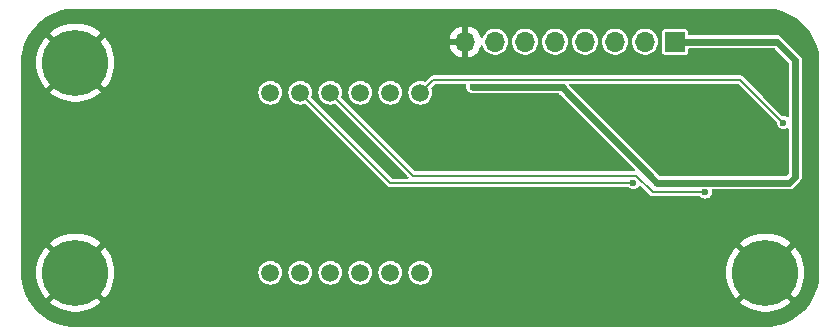
<source format=gbr>
%TF.GenerationSoftware,KiCad,Pcbnew,8.0.8*%
%TF.CreationDate,2025-02-24T20:51:07+00:00*%
%TF.ProjectId,7-segment,372d7365-676d-4656-9e74-2e6b69636164,rev?*%
%TF.SameCoordinates,Original*%
%TF.FileFunction,Copper,L2,Bot*%
%TF.FilePolarity,Positive*%
%FSLAX46Y46*%
G04 Gerber Fmt 4.6, Leading zero omitted, Abs format (unit mm)*
G04 Created by KiCad (PCBNEW 8.0.8) date 2025-02-24 20:51:07*
%MOMM*%
%LPD*%
G01*
G04 APERTURE LIST*
%TA.AperFunction,ComponentPad*%
%ADD10C,5.600000*%
%TD*%
%TA.AperFunction,ComponentPad*%
%ADD11R,1.700000X1.700000*%
%TD*%
%TA.AperFunction,ComponentPad*%
%ADD12O,1.700000X1.700000*%
%TD*%
%TA.AperFunction,ComponentPad*%
%ADD13C,1.500000*%
%TD*%
%TA.AperFunction,ViaPad*%
%ADD14C,0.600000*%
%TD*%
%TA.AperFunction,Conductor*%
%ADD15C,0.600000*%
%TD*%
%TA.AperFunction,Conductor*%
%ADD16C,0.200000*%
%TD*%
G04 APERTURE END LIST*
D10*
%TO.P,H1,1,1*%
%TO.N,GND*%
X124460000Y-55880000D03*
%TD*%
%TO.P,H2,1,1*%
%TO.N,GND*%
X66040000Y-55880000D03*
%TD*%
%TO.P,H3,1,1*%
%TO.N,GND*%
X66040000Y-38100000D03*
%TD*%
D11*
%TO.P,J1,1,Pin_1*%
%TO.N,+5V*%
X116840000Y-36322000D03*
D12*
%TO.P,J1,2,Pin_2*%
%TO.N,/DIG1*%
X114300000Y-36322000D03*
%TO.P,J1,3,Pin_3*%
%TO.N,/DIG2*%
X111760000Y-36322000D03*
%TO.P,J1,4,Pin_4*%
%TO.N,/DIG3*%
X109220000Y-36322000D03*
%TO.P,J1,5,Pin_5*%
%TO.N,/SRCLK*%
X106680000Y-36322000D03*
%TO.P,J1,6,Pin_6*%
%TO.N,/RCLK*%
X104140000Y-36322000D03*
%TO.P,J1,7,Pin_7*%
%TO.N,/SER*%
X101600000Y-36322000D03*
%TO.P,J1,8,Pin_8*%
%TO.N,GND*%
X99060000Y-36322000D03*
%TD*%
D13*
%TO.P,U1,1,E*%
%TO.N,Net-(U1-E)*%
X95250000Y-55880000D03*
%TO.P,U1,2,D*%
%TO.N,Net-(U1-D)*%
X92710000Y-55880000D03*
%TO.P,U1,3,DP*%
%TO.N,Net-(U1-DP)*%
X90170000Y-55880000D03*
%TO.P,U1,4,C*%
%TO.N,Net-(U1-C)*%
X87630000Y-55880000D03*
%TO.P,U1,5,G*%
%TO.N,Net-(U1-G)*%
X85090000Y-55880000D03*
%TO.P,U1,6,NC*%
%TO.N,unconnected-(U1-NC-Pad6)*%
X82550000Y-55880000D03*
%TO.P,U1,7,B*%
%TO.N,Net-(U1-B)*%
X82550000Y-40640000D03*
%TO.P,U1,8,DIG3*%
%TO.N,Net-(Q1-C)*%
X85090000Y-40640000D03*
%TO.P,U1,9,DIG2*%
%TO.N,Net-(Q2-C)*%
X87630000Y-40640000D03*
%TO.P,U1,10,F*%
%TO.N,Net-(U1-F)*%
X90170000Y-40640000D03*
%TO.P,U1,11,A*%
%TO.N,Net-(U1-A)*%
X92710000Y-40640000D03*
%TO.P,U1,12,DIG1*%
%TO.N,Net-(Q3-C)*%
X95250000Y-40640000D03*
%TD*%
D14*
%TO.N,GND*%
X66040000Y-43180000D03*
X86360000Y-38100000D03*
X101600000Y-59690000D03*
X123190000Y-38100000D03*
X63500000Y-50800000D03*
X121920000Y-49530000D03*
X83820000Y-35560000D03*
X68580000Y-50800000D03*
X99060000Y-59690000D03*
X114300000Y-59690000D03*
X63500000Y-43180000D03*
X78740000Y-38100000D03*
X68580000Y-45720000D03*
X76200000Y-38100000D03*
X93980000Y-59690000D03*
X66040000Y-50800000D03*
X116840000Y-59690000D03*
X73660000Y-35560000D03*
X63500000Y-48260000D03*
X73660000Y-59690000D03*
X81280000Y-59690000D03*
X83820000Y-38100000D03*
X88900000Y-35560000D03*
X76200000Y-59690000D03*
X116840000Y-57150000D03*
X106680000Y-59690000D03*
X96520000Y-35560000D03*
X104140000Y-59690000D03*
X111760000Y-59690000D03*
X76200000Y-35560000D03*
X71120000Y-59690000D03*
X93980000Y-35560000D03*
X96520000Y-38100000D03*
X63500000Y-45720000D03*
X119380000Y-59690000D03*
X88900000Y-38100000D03*
X110490000Y-46990000D03*
X96520000Y-59690000D03*
X124460000Y-49530000D03*
X83820000Y-59690000D03*
X88900000Y-59690000D03*
X93980000Y-38100000D03*
X127000000Y-49530000D03*
X91440000Y-59690000D03*
X66040000Y-45720000D03*
X81280000Y-38100000D03*
X109220000Y-59690000D03*
X119380000Y-57150000D03*
X119380000Y-54610000D03*
X78740000Y-59690000D03*
X81280000Y-35560000D03*
X111760000Y-57150000D03*
X68580000Y-43180000D03*
X71120000Y-35560000D03*
X110490000Y-45720000D03*
X73660000Y-38100000D03*
X66040000Y-48260000D03*
X86360000Y-35560000D03*
X68580000Y-48260000D03*
X120650000Y-40640000D03*
X125730000Y-38100000D03*
X114300000Y-57150000D03*
X110490000Y-41910000D03*
X119380000Y-52070000D03*
X91440000Y-38100000D03*
X91440000Y-35560000D03*
X86360000Y-59690000D03*
X71120000Y-38100000D03*
X102870000Y-38100000D03*
X78740000Y-35560000D03*
%TO.N,+5V*%
X125410000Y-48260000D03*
X107315000Y-40132000D03*
X99695000Y-40132000D03*
X120330000Y-48260000D03*
X115250000Y-48260000D03*
%TO.N,Net-(Q1-C)*%
X113284000Y-48260000D03*
%TO.N,Net-(Q2-C)*%
X119380000Y-49060000D03*
%TO.N,Net-(Q3-C)*%
X125984000Y-43180000D03*
%TD*%
D15*
%TO.N,+5V*%
X115316000Y-48260000D02*
X115250000Y-48260000D01*
X107315000Y-40259000D02*
X107315000Y-40132000D01*
X126492000Y-48260000D02*
X115316000Y-48260000D01*
X125476000Y-36322000D02*
X127000000Y-37846000D01*
X115316000Y-48260000D02*
X107315000Y-40259000D01*
X127000000Y-37846000D02*
X127000000Y-47752000D01*
X107315000Y-40132000D02*
X99695000Y-40132000D01*
X116840000Y-36322000D02*
X125476000Y-36322000D01*
X127000000Y-47752000D02*
X126492000Y-48260000D01*
D16*
%TO.N,Net-(Q1-C)*%
X113284000Y-48260000D02*
X92710000Y-48260000D01*
X92710000Y-48260000D02*
X85090000Y-40640000D01*
%TO.N,Net-(Q2-C)*%
X94650000Y-47660000D02*
X113532529Y-47660000D01*
X113532529Y-47660000D02*
X114932529Y-49060000D01*
X87630000Y-40640000D02*
X94650000Y-47660000D01*
X114932529Y-49060000D02*
X119380000Y-49060000D01*
%TO.N,Net-(Q3-C)*%
X96358000Y-39532000D02*
X95250000Y-40640000D01*
X122336000Y-39532000D02*
X96358000Y-39532000D01*
X125984000Y-43180000D02*
X122336000Y-39532000D01*
%TD*%
%TA.AperFunction,Conductor*%
%TO.N,GND*%
G36*
X122208001Y-39901407D02*
G01*
X122219814Y-39911496D01*
X125401158Y-43092840D01*
X125428935Y-43147357D01*
X125429307Y-43175763D01*
X125428750Y-43179994D01*
X125428750Y-43180000D01*
X125447669Y-43323708D01*
X125447670Y-43323709D01*
X125503139Y-43457625D01*
X125591379Y-43572621D01*
X125706375Y-43660861D01*
X125840291Y-43716330D01*
X125984000Y-43735250D01*
X126127709Y-43716330D01*
X126261625Y-43660861D01*
X126290232Y-43638909D01*
X126347907Y-43618485D01*
X126406573Y-43635862D01*
X126443821Y-43684403D01*
X126449500Y-43717451D01*
X126449500Y-47482967D01*
X126430593Y-47541158D01*
X126420504Y-47552971D01*
X126292971Y-47680504D01*
X126238454Y-47708281D01*
X126222967Y-47709500D01*
X125452568Y-47709500D01*
X125439646Y-47708653D01*
X125410000Y-47704750D01*
X125380354Y-47708653D01*
X125367432Y-47709500D01*
X120372568Y-47709500D01*
X120359646Y-47708653D01*
X120330000Y-47704750D01*
X120300354Y-47708653D01*
X120287432Y-47709500D01*
X115585033Y-47709500D01*
X115526842Y-47690593D01*
X115515029Y-47680504D01*
X107886029Y-40051504D01*
X107858252Y-39996987D01*
X107867823Y-39936555D01*
X107911088Y-39893290D01*
X107956033Y-39882500D01*
X122149810Y-39882500D01*
X122208001Y-39901407D01*
G37*
%TD.AperFunction*%
%TA.AperFunction,Conductor*%
G36*
X124462153Y-33520594D02*
G01*
X124854826Y-33537738D01*
X124863405Y-33538488D01*
X125250956Y-33589511D01*
X125259425Y-33591004D01*
X125641055Y-33675610D01*
X125649365Y-33677836D01*
X126022167Y-33795381D01*
X126030273Y-33798331D01*
X126391390Y-33947910D01*
X126399205Y-33951554D01*
X126745910Y-34132038D01*
X126753391Y-34136356D01*
X127024434Y-34309030D01*
X127083053Y-34346374D01*
X127090127Y-34351328D01*
X127400220Y-34589270D01*
X127406821Y-34594809D01*
X127695028Y-34858901D01*
X127701098Y-34864971D01*
X127965188Y-35153176D01*
X127970729Y-35159779D01*
X128208671Y-35469872D01*
X128213625Y-35476946D01*
X128423643Y-35806609D01*
X128427961Y-35814089D01*
X128608442Y-36160788D01*
X128612092Y-36168616D01*
X128761666Y-36529722D01*
X128764620Y-36537837D01*
X128882158Y-36910618D01*
X128884393Y-36918960D01*
X128968991Y-37300556D01*
X128970491Y-37309062D01*
X129021509Y-37696581D01*
X129022262Y-37705185D01*
X129039406Y-38097846D01*
X129039500Y-38102164D01*
X129039500Y-55877835D01*
X129039406Y-55882153D01*
X129022262Y-56274814D01*
X129021509Y-56283418D01*
X128970491Y-56670937D01*
X128968991Y-56679443D01*
X128884393Y-57061039D01*
X128882158Y-57069381D01*
X128764620Y-57442162D01*
X128761666Y-57450277D01*
X128612092Y-57811383D01*
X128608442Y-57819211D01*
X128427961Y-58165910D01*
X128423643Y-58173390D01*
X128213625Y-58503053D01*
X128208671Y-58510127D01*
X127970729Y-58820220D01*
X127965179Y-58826834D01*
X127701109Y-59115016D01*
X127695016Y-59121109D01*
X127630749Y-59180000D01*
X127406836Y-59385178D01*
X127400220Y-59390729D01*
X127090127Y-59628671D01*
X127083053Y-59633625D01*
X126753390Y-59843643D01*
X126745910Y-59847961D01*
X126399211Y-60028442D01*
X126391383Y-60032092D01*
X126030277Y-60181666D01*
X126022162Y-60184620D01*
X125649381Y-60302158D01*
X125641039Y-60304393D01*
X125259443Y-60388991D01*
X125250937Y-60390491D01*
X124863418Y-60441509D01*
X124854814Y-60442262D01*
X124462153Y-60459406D01*
X124457835Y-60459500D01*
X66042165Y-60459500D01*
X66037847Y-60459406D01*
X65645185Y-60442262D01*
X65636581Y-60441509D01*
X65249062Y-60390491D01*
X65240556Y-60388991D01*
X64858960Y-60304393D01*
X64850618Y-60302158D01*
X64477837Y-60184620D01*
X64469722Y-60181666D01*
X64108616Y-60032092D01*
X64100788Y-60028442D01*
X63754089Y-59847961D01*
X63746609Y-59843643D01*
X63416946Y-59633625D01*
X63409872Y-59628671D01*
X63099779Y-59390729D01*
X63093176Y-59385188D01*
X62804971Y-59121098D01*
X62798901Y-59115028D01*
X62534809Y-58826821D01*
X62529270Y-58820220D01*
X62291328Y-58510127D01*
X62286374Y-58503053D01*
X62076356Y-58173390D01*
X62072038Y-58165910D01*
X62001289Y-58030003D01*
X61891554Y-57819205D01*
X61887907Y-57811383D01*
X61738333Y-57450277D01*
X61735379Y-57442162D01*
X61617836Y-57069365D01*
X61615610Y-57061055D01*
X61531004Y-56679425D01*
X61529511Y-56670956D01*
X61478488Y-56283405D01*
X61477738Y-56274826D01*
X61460594Y-55882153D01*
X61460547Y-55880000D01*
X62735153Y-55880000D01*
X62754525Y-56237317D01*
X62812418Y-56590449D01*
X62908146Y-56935229D01*
X62908148Y-56935234D01*
X63040604Y-57267673D01*
X63208215Y-57583822D01*
X63409032Y-57880004D01*
X63409039Y-57880014D01*
X63536441Y-58030002D01*
X64745746Y-56820696D01*
X64819588Y-56922330D01*
X64997670Y-57100412D01*
X65099300Y-57174251D01*
X63887256Y-58386296D01*
X63900488Y-58398829D01*
X64185358Y-58615382D01*
X64185363Y-58615385D01*
X64491980Y-58799871D01*
X64816744Y-58950123D01*
X65155868Y-59064387D01*
X65505330Y-59141310D01*
X65505329Y-59141310D01*
X65861078Y-59180000D01*
X66218922Y-59180000D01*
X66574670Y-59141310D01*
X66924130Y-59064387D01*
X66924132Y-59064387D01*
X67263255Y-58950123D01*
X67588019Y-58799871D01*
X67894636Y-58615385D01*
X67894641Y-58615382D01*
X68179500Y-58398839D01*
X68179512Y-58398828D01*
X68192742Y-58386296D01*
X66980698Y-57174252D01*
X67082330Y-57100412D01*
X67260412Y-56922330D01*
X67334252Y-56820698D01*
X68543557Y-58030003D01*
X68670962Y-57880011D01*
X68670966Y-57880007D01*
X68871784Y-57583822D01*
X69039395Y-57267673D01*
X69171851Y-56935234D01*
X69171853Y-56935229D01*
X69267581Y-56590449D01*
X69325474Y-56237317D01*
X69344846Y-55880000D01*
X69344846Y-55879996D01*
X81544659Y-55879996D01*
X81544659Y-55880003D01*
X81563974Y-56076126D01*
X81563975Y-56076129D01*
X81621187Y-56264730D01*
X81621188Y-56264732D01*
X81692218Y-56397618D01*
X81714090Y-56438538D01*
X81714092Y-56438540D01*
X81714093Y-56438542D01*
X81839112Y-56590878D01*
X81839121Y-56590887D01*
X81947027Y-56679443D01*
X81991462Y-56715910D01*
X82165273Y-56808814D01*
X82353868Y-56866024D01*
X82353870Y-56866024D01*
X82353873Y-56866025D01*
X82549997Y-56885341D01*
X82550000Y-56885341D01*
X82550003Y-56885341D01*
X82746126Y-56866025D01*
X82746127Y-56866024D01*
X82746132Y-56866024D01*
X82934727Y-56808814D01*
X83108538Y-56715910D01*
X83260883Y-56590883D01*
X83385910Y-56438538D01*
X83478814Y-56264727D01*
X83536024Y-56076132D01*
X83555341Y-55880000D01*
X83555341Y-55879996D01*
X84084659Y-55879996D01*
X84084659Y-55880003D01*
X84103974Y-56076126D01*
X84103975Y-56076129D01*
X84161187Y-56264730D01*
X84161188Y-56264732D01*
X84232218Y-56397618D01*
X84254090Y-56438538D01*
X84254092Y-56438540D01*
X84254093Y-56438542D01*
X84379112Y-56590878D01*
X84379121Y-56590887D01*
X84487027Y-56679443D01*
X84531462Y-56715910D01*
X84705273Y-56808814D01*
X84893868Y-56866024D01*
X84893870Y-56866024D01*
X84893873Y-56866025D01*
X85089997Y-56885341D01*
X85090000Y-56885341D01*
X85090003Y-56885341D01*
X85286126Y-56866025D01*
X85286127Y-56866024D01*
X85286132Y-56866024D01*
X85474727Y-56808814D01*
X85648538Y-56715910D01*
X85800883Y-56590883D01*
X85925910Y-56438538D01*
X86018814Y-56264727D01*
X86076024Y-56076132D01*
X86095341Y-55880000D01*
X86095341Y-55879996D01*
X86624659Y-55879996D01*
X86624659Y-55880003D01*
X86643974Y-56076126D01*
X86643975Y-56076129D01*
X86701187Y-56264730D01*
X86701188Y-56264732D01*
X86772218Y-56397618D01*
X86794090Y-56438538D01*
X86794092Y-56438540D01*
X86794093Y-56438542D01*
X86919112Y-56590878D01*
X86919121Y-56590887D01*
X87027027Y-56679443D01*
X87071462Y-56715910D01*
X87245273Y-56808814D01*
X87433868Y-56866024D01*
X87433870Y-56866024D01*
X87433873Y-56866025D01*
X87629997Y-56885341D01*
X87630000Y-56885341D01*
X87630003Y-56885341D01*
X87826126Y-56866025D01*
X87826127Y-56866024D01*
X87826132Y-56866024D01*
X88014727Y-56808814D01*
X88188538Y-56715910D01*
X88340883Y-56590883D01*
X88465910Y-56438538D01*
X88558814Y-56264727D01*
X88616024Y-56076132D01*
X88635341Y-55880000D01*
X88635341Y-55879996D01*
X89164659Y-55879996D01*
X89164659Y-55880003D01*
X89183974Y-56076126D01*
X89183975Y-56076129D01*
X89241187Y-56264730D01*
X89241188Y-56264732D01*
X89312218Y-56397618D01*
X89334090Y-56438538D01*
X89334092Y-56438540D01*
X89334093Y-56438542D01*
X89459112Y-56590878D01*
X89459121Y-56590887D01*
X89567027Y-56679443D01*
X89611462Y-56715910D01*
X89785273Y-56808814D01*
X89973868Y-56866024D01*
X89973870Y-56866024D01*
X89973873Y-56866025D01*
X90169997Y-56885341D01*
X90170000Y-56885341D01*
X90170003Y-56885341D01*
X90366126Y-56866025D01*
X90366127Y-56866024D01*
X90366132Y-56866024D01*
X90554727Y-56808814D01*
X90728538Y-56715910D01*
X90880883Y-56590883D01*
X91005910Y-56438538D01*
X91098814Y-56264727D01*
X91156024Y-56076132D01*
X91175341Y-55880000D01*
X91175341Y-55879996D01*
X91704659Y-55879996D01*
X91704659Y-55880003D01*
X91723974Y-56076126D01*
X91723975Y-56076129D01*
X91781187Y-56264730D01*
X91781188Y-56264732D01*
X91852218Y-56397618D01*
X91874090Y-56438538D01*
X91874092Y-56438540D01*
X91874093Y-56438542D01*
X91999112Y-56590878D01*
X91999121Y-56590887D01*
X92107027Y-56679443D01*
X92151462Y-56715910D01*
X92325273Y-56808814D01*
X92513868Y-56866024D01*
X92513870Y-56866024D01*
X92513873Y-56866025D01*
X92709997Y-56885341D01*
X92710000Y-56885341D01*
X92710003Y-56885341D01*
X92906126Y-56866025D01*
X92906127Y-56866024D01*
X92906132Y-56866024D01*
X93094727Y-56808814D01*
X93268538Y-56715910D01*
X93420883Y-56590883D01*
X93545910Y-56438538D01*
X93638814Y-56264727D01*
X93696024Y-56076132D01*
X93715341Y-55880000D01*
X93715341Y-55879996D01*
X94244659Y-55879996D01*
X94244659Y-55880003D01*
X94263974Y-56076126D01*
X94263975Y-56076129D01*
X94321187Y-56264730D01*
X94321188Y-56264732D01*
X94392218Y-56397618D01*
X94414090Y-56438538D01*
X94414092Y-56438540D01*
X94414093Y-56438542D01*
X94539112Y-56590878D01*
X94539121Y-56590887D01*
X94647027Y-56679443D01*
X94691462Y-56715910D01*
X94865273Y-56808814D01*
X95053868Y-56866024D01*
X95053870Y-56866024D01*
X95053873Y-56866025D01*
X95249997Y-56885341D01*
X95250000Y-56885341D01*
X95250003Y-56885341D01*
X95446126Y-56866025D01*
X95446127Y-56866024D01*
X95446132Y-56866024D01*
X95634727Y-56808814D01*
X95808538Y-56715910D01*
X95960883Y-56590883D01*
X96085910Y-56438538D01*
X96178814Y-56264727D01*
X96236024Y-56076132D01*
X96255341Y-55880000D01*
X121155153Y-55880000D01*
X121174525Y-56237317D01*
X121232418Y-56590449D01*
X121328146Y-56935229D01*
X121328148Y-56935234D01*
X121460604Y-57267673D01*
X121628215Y-57583822D01*
X121829032Y-57880004D01*
X121829039Y-57880014D01*
X121956441Y-58030002D01*
X123165746Y-56820696D01*
X123239588Y-56922330D01*
X123417670Y-57100412D01*
X123519300Y-57174251D01*
X122307256Y-58386296D01*
X122320488Y-58398829D01*
X122605358Y-58615382D01*
X122605363Y-58615385D01*
X122911980Y-58799871D01*
X123236744Y-58950123D01*
X123575868Y-59064387D01*
X123925330Y-59141310D01*
X123925329Y-59141310D01*
X124281078Y-59180000D01*
X124638922Y-59180000D01*
X124994670Y-59141310D01*
X125344130Y-59064387D01*
X125344132Y-59064387D01*
X125683255Y-58950123D01*
X126008019Y-58799871D01*
X126314636Y-58615385D01*
X126314641Y-58615382D01*
X126599500Y-58398839D01*
X126599512Y-58398828D01*
X126612742Y-58386296D01*
X125400698Y-57174252D01*
X125502330Y-57100412D01*
X125680412Y-56922330D01*
X125754252Y-56820698D01*
X126963557Y-58030003D01*
X127090962Y-57880011D01*
X127090966Y-57880007D01*
X127291784Y-57583822D01*
X127459395Y-57267673D01*
X127591851Y-56935234D01*
X127591853Y-56935229D01*
X127687581Y-56590449D01*
X127745474Y-56237317D01*
X127764846Y-55880000D01*
X127745474Y-55522682D01*
X127687581Y-55169550D01*
X127591853Y-54824770D01*
X127591851Y-54824765D01*
X127459395Y-54492326D01*
X127291784Y-54176177D01*
X127090967Y-53879995D01*
X127090960Y-53879985D01*
X126963556Y-53729995D01*
X125754250Y-54939300D01*
X125680412Y-54837670D01*
X125502330Y-54659588D01*
X125400696Y-54585747D01*
X126612742Y-53373702D01*
X126599511Y-53361170D01*
X126314641Y-53144617D01*
X126314636Y-53144614D01*
X126008019Y-52960128D01*
X125683255Y-52809876D01*
X125344131Y-52695612D01*
X124994669Y-52618689D01*
X124994670Y-52618689D01*
X124638922Y-52580000D01*
X124281078Y-52580000D01*
X123925329Y-52618689D01*
X123575869Y-52695612D01*
X123575867Y-52695612D01*
X123236744Y-52809876D01*
X122911980Y-52960128D01*
X122605363Y-53144614D01*
X122605358Y-53144617D01*
X122320495Y-53361164D01*
X122320473Y-53361183D01*
X122307256Y-53373702D01*
X123519301Y-54585747D01*
X123417670Y-54659588D01*
X123239588Y-54837670D01*
X123165747Y-54939301D01*
X121956441Y-53729995D01*
X121829039Y-53879985D01*
X121829032Y-53879995D01*
X121628215Y-54176177D01*
X121460604Y-54492326D01*
X121328148Y-54824765D01*
X121328146Y-54824770D01*
X121232418Y-55169550D01*
X121174525Y-55522682D01*
X121155153Y-55880000D01*
X96255341Y-55880000D01*
X96255128Y-55877835D01*
X96236025Y-55683873D01*
X96236024Y-55683870D01*
X96236024Y-55683868D01*
X96178814Y-55495273D01*
X96085910Y-55321462D01*
X96040240Y-55265813D01*
X95960887Y-55169121D01*
X95960878Y-55169112D01*
X95808542Y-55044093D01*
X95808540Y-55044092D01*
X95808538Y-55044090D01*
X95767618Y-55022218D01*
X95634732Y-54951188D01*
X95634730Y-54951187D01*
X95446129Y-54893975D01*
X95446126Y-54893974D01*
X95250003Y-54874659D01*
X95249997Y-54874659D01*
X95053873Y-54893974D01*
X95053870Y-54893975D01*
X94865269Y-54951187D01*
X94865267Y-54951188D01*
X94691467Y-55044087D01*
X94691457Y-55044093D01*
X94539121Y-55169112D01*
X94539112Y-55169121D01*
X94414093Y-55321457D01*
X94414087Y-55321467D01*
X94321188Y-55495267D01*
X94321187Y-55495269D01*
X94263975Y-55683870D01*
X94263974Y-55683873D01*
X94244659Y-55879996D01*
X93715341Y-55879996D01*
X93715128Y-55877835D01*
X93696025Y-55683873D01*
X93696024Y-55683870D01*
X93696024Y-55683868D01*
X93638814Y-55495273D01*
X93545910Y-55321462D01*
X93500240Y-55265813D01*
X93420887Y-55169121D01*
X93420878Y-55169112D01*
X93268542Y-55044093D01*
X93268540Y-55044092D01*
X93268538Y-55044090D01*
X93227618Y-55022218D01*
X93094732Y-54951188D01*
X93094730Y-54951187D01*
X92906129Y-54893975D01*
X92906126Y-54893974D01*
X92710003Y-54874659D01*
X92709997Y-54874659D01*
X92513873Y-54893974D01*
X92513870Y-54893975D01*
X92325269Y-54951187D01*
X92325267Y-54951188D01*
X92151467Y-55044087D01*
X92151457Y-55044093D01*
X91999121Y-55169112D01*
X91999112Y-55169121D01*
X91874093Y-55321457D01*
X91874087Y-55321467D01*
X91781188Y-55495267D01*
X91781187Y-55495269D01*
X91723975Y-55683870D01*
X91723974Y-55683873D01*
X91704659Y-55879996D01*
X91175341Y-55879996D01*
X91175128Y-55877835D01*
X91156025Y-55683873D01*
X91156024Y-55683870D01*
X91156024Y-55683868D01*
X91098814Y-55495273D01*
X91005910Y-55321462D01*
X90960240Y-55265813D01*
X90880887Y-55169121D01*
X90880878Y-55169112D01*
X90728542Y-55044093D01*
X90728540Y-55044092D01*
X90728538Y-55044090D01*
X90687618Y-55022218D01*
X90554732Y-54951188D01*
X90554730Y-54951187D01*
X90366129Y-54893975D01*
X90366126Y-54893974D01*
X90170003Y-54874659D01*
X90169997Y-54874659D01*
X89973873Y-54893974D01*
X89973870Y-54893975D01*
X89785269Y-54951187D01*
X89785267Y-54951188D01*
X89611467Y-55044087D01*
X89611457Y-55044093D01*
X89459121Y-55169112D01*
X89459112Y-55169121D01*
X89334093Y-55321457D01*
X89334087Y-55321467D01*
X89241188Y-55495267D01*
X89241187Y-55495269D01*
X89183975Y-55683870D01*
X89183974Y-55683873D01*
X89164659Y-55879996D01*
X88635341Y-55879996D01*
X88635128Y-55877835D01*
X88616025Y-55683873D01*
X88616024Y-55683870D01*
X88616024Y-55683868D01*
X88558814Y-55495273D01*
X88465910Y-55321462D01*
X88420240Y-55265813D01*
X88340887Y-55169121D01*
X88340878Y-55169112D01*
X88188542Y-55044093D01*
X88188540Y-55044092D01*
X88188538Y-55044090D01*
X88147618Y-55022218D01*
X88014732Y-54951188D01*
X88014730Y-54951187D01*
X87826129Y-54893975D01*
X87826126Y-54893974D01*
X87630003Y-54874659D01*
X87629997Y-54874659D01*
X87433873Y-54893974D01*
X87433870Y-54893975D01*
X87245269Y-54951187D01*
X87245267Y-54951188D01*
X87071467Y-55044087D01*
X87071457Y-55044093D01*
X86919121Y-55169112D01*
X86919112Y-55169121D01*
X86794093Y-55321457D01*
X86794087Y-55321467D01*
X86701188Y-55495267D01*
X86701187Y-55495269D01*
X86643975Y-55683870D01*
X86643974Y-55683873D01*
X86624659Y-55879996D01*
X86095341Y-55879996D01*
X86095128Y-55877835D01*
X86076025Y-55683873D01*
X86076024Y-55683870D01*
X86076024Y-55683868D01*
X86018814Y-55495273D01*
X85925910Y-55321462D01*
X85880240Y-55265813D01*
X85800887Y-55169121D01*
X85800878Y-55169112D01*
X85648542Y-55044093D01*
X85648540Y-55044092D01*
X85648538Y-55044090D01*
X85607618Y-55022218D01*
X85474732Y-54951188D01*
X85474730Y-54951187D01*
X85286129Y-54893975D01*
X85286126Y-54893974D01*
X85090003Y-54874659D01*
X85089997Y-54874659D01*
X84893873Y-54893974D01*
X84893870Y-54893975D01*
X84705269Y-54951187D01*
X84705267Y-54951188D01*
X84531467Y-55044087D01*
X84531457Y-55044093D01*
X84379121Y-55169112D01*
X84379112Y-55169121D01*
X84254093Y-55321457D01*
X84254087Y-55321467D01*
X84161188Y-55495267D01*
X84161187Y-55495269D01*
X84103975Y-55683870D01*
X84103974Y-55683873D01*
X84084659Y-55879996D01*
X83555341Y-55879996D01*
X83555128Y-55877835D01*
X83536025Y-55683873D01*
X83536024Y-55683870D01*
X83536024Y-55683868D01*
X83478814Y-55495273D01*
X83385910Y-55321462D01*
X83340240Y-55265813D01*
X83260887Y-55169121D01*
X83260878Y-55169112D01*
X83108542Y-55044093D01*
X83108540Y-55044092D01*
X83108538Y-55044090D01*
X83067618Y-55022218D01*
X82934732Y-54951188D01*
X82934730Y-54951187D01*
X82746129Y-54893975D01*
X82746126Y-54893974D01*
X82550003Y-54874659D01*
X82549997Y-54874659D01*
X82353873Y-54893974D01*
X82353870Y-54893975D01*
X82165269Y-54951187D01*
X82165267Y-54951188D01*
X81991467Y-55044087D01*
X81991457Y-55044093D01*
X81839121Y-55169112D01*
X81839112Y-55169121D01*
X81714093Y-55321457D01*
X81714087Y-55321467D01*
X81621188Y-55495267D01*
X81621187Y-55495269D01*
X81563975Y-55683870D01*
X81563974Y-55683873D01*
X81544659Y-55879996D01*
X69344846Y-55879996D01*
X69325474Y-55522682D01*
X69267581Y-55169550D01*
X69171853Y-54824770D01*
X69171851Y-54824765D01*
X69039395Y-54492326D01*
X68871784Y-54176177D01*
X68670967Y-53879995D01*
X68670960Y-53879985D01*
X68543556Y-53729995D01*
X67334250Y-54939300D01*
X67260412Y-54837670D01*
X67082330Y-54659588D01*
X66980696Y-54585747D01*
X68192742Y-53373702D01*
X68179511Y-53361170D01*
X67894641Y-53144617D01*
X67894636Y-53144614D01*
X67588019Y-52960128D01*
X67263255Y-52809876D01*
X66924131Y-52695612D01*
X66574669Y-52618689D01*
X66574670Y-52618689D01*
X66218922Y-52580000D01*
X65861078Y-52580000D01*
X65505329Y-52618689D01*
X65155869Y-52695612D01*
X65155867Y-52695612D01*
X64816744Y-52809876D01*
X64491980Y-52960128D01*
X64185363Y-53144614D01*
X64185358Y-53144617D01*
X63900495Y-53361164D01*
X63900473Y-53361183D01*
X63887256Y-53373702D01*
X65099301Y-54585747D01*
X64997670Y-54659588D01*
X64819588Y-54837670D01*
X64745747Y-54939301D01*
X63536441Y-53729995D01*
X63409039Y-53879985D01*
X63409032Y-53879995D01*
X63208215Y-54176177D01*
X63040604Y-54492326D01*
X62908148Y-54824765D01*
X62908146Y-54824770D01*
X62812418Y-55169550D01*
X62754525Y-55522682D01*
X62735153Y-55880000D01*
X61460547Y-55880000D01*
X61460500Y-55877835D01*
X61460500Y-38102164D01*
X61460547Y-38100000D01*
X62735153Y-38100000D01*
X62754525Y-38457317D01*
X62812418Y-38810449D01*
X62908146Y-39155229D01*
X62908148Y-39155234D01*
X63040604Y-39487673D01*
X63208215Y-39803822D01*
X63409032Y-40100004D01*
X63409039Y-40100014D01*
X63536441Y-40250002D01*
X64745746Y-39040696D01*
X64819588Y-39142330D01*
X64997670Y-39320412D01*
X65099300Y-39394251D01*
X63887256Y-40606296D01*
X63900488Y-40618829D01*
X64185358Y-40835382D01*
X64185363Y-40835385D01*
X64491980Y-41019871D01*
X64816744Y-41170123D01*
X65155868Y-41284387D01*
X65505330Y-41361310D01*
X65505329Y-41361310D01*
X65861078Y-41400000D01*
X66218922Y-41400000D01*
X66574670Y-41361310D01*
X66924130Y-41284387D01*
X66924132Y-41284387D01*
X67263255Y-41170123D01*
X67588019Y-41019871D01*
X67894636Y-40835385D01*
X67894641Y-40835382D01*
X68151668Y-40639996D01*
X81544659Y-40639996D01*
X81544659Y-40640003D01*
X81563974Y-40836126D01*
X81563975Y-40836129D01*
X81621187Y-41024730D01*
X81621188Y-41024732D01*
X81663464Y-41103824D01*
X81714090Y-41198538D01*
X81714092Y-41198540D01*
X81714093Y-41198542D01*
X81839112Y-41350878D01*
X81839121Y-41350887D01*
X81991457Y-41475906D01*
X81991462Y-41475910D01*
X82165273Y-41568814D01*
X82353868Y-41626024D01*
X82353870Y-41626024D01*
X82353873Y-41626025D01*
X82549997Y-41645341D01*
X82550000Y-41645341D01*
X82550003Y-41645341D01*
X82746126Y-41626025D01*
X82746127Y-41626024D01*
X82746132Y-41626024D01*
X82934727Y-41568814D01*
X83108538Y-41475910D01*
X83260883Y-41350883D01*
X83385910Y-41198538D01*
X83478814Y-41024727D01*
X83536024Y-40836132D01*
X83548300Y-40711496D01*
X83555341Y-40640003D01*
X83555341Y-40639996D01*
X84084659Y-40639996D01*
X84084659Y-40640003D01*
X84103974Y-40836126D01*
X84103975Y-40836129D01*
X84161187Y-41024730D01*
X84161188Y-41024732D01*
X84203464Y-41103824D01*
X84254090Y-41198538D01*
X84254092Y-41198540D01*
X84254093Y-41198542D01*
X84379112Y-41350878D01*
X84379121Y-41350887D01*
X84531457Y-41475906D01*
X84531462Y-41475910D01*
X84705273Y-41568814D01*
X84893868Y-41626024D01*
X84893870Y-41626024D01*
X84893873Y-41626025D01*
X85089997Y-41645341D01*
X85090000Y-41645341D01*
X85090003Y-41645341D01*
X85286126Y-41626025D01*
X85286127Y-41626024D01*
X85286132Y-41626024D01*
X85455082Y-41574773D01*
X85516255Y-41575974D01*
X85553824Y-41599506D01*
X92429531Y-48475212D01*
X92429530Y-48475212D01*
X92494787Y-48540468D01*
X92494789Y-48540470D01*
X92498359Y-48542531D01*
X92574712Y-48586614D01*
X92663856Y-48610500D01*
X112810236Y-48610500D01*
X112868427Y-48629407D01*
X112888777Y-48649231D01*
X112891376Y-48652618D01*
X112891377Y-48652619D01*
X112891379Y-48652621D01*
X113006375Y-48740861D01*
X113140291Y-48796330D01*
X113284000Y-48815250D01*
X113427709Y-48796330D01*
X113561625Y-48740861D01*
X113676621Y-48652621D01*
X113761098Y-48542528D01*
X113811519Y-48507875D01*
X113872683Y-48509476D01*
X113909641Y-48532794D01*
X114717317Y-49340470D01*
X114797241Y-49386614D01*
X114886385Y-49410500D01*
X118906236Y-49410500D01*
X118964427Y-49429407D01*
X118984777Y-49449231D01*
X118987376Y-49452618D01*
X118987377Y-49452619D01*
X118987379Y-49452621D01*
X119102375Y-49540861D01*
X119236291Y-49596330D01*
X119380000Y-49615250D01*
X119523709Y-49596330D01*
X119657625Y-49540861D01*
X119772621Y-49452621D01*
X119860861Y-49337625D01*
X119916330Y-49203709D01*
X119935250Y-49060000D01*
X119917137Y-48922421D01*
X119928287Y-48862262D01*
X119972669Y-48820144D01*
X120015290Y-48810500D01*
X120287432Y-48810500D01*
X120300354Y-48811347D01*
X120330000Y-48815250D01*
X120359646Y-48811347D01*
X120372568Y-48810500D01*
X125367432Y-48810500D01*
X125380354Y-48811347D01*
X125410000Y-48815250D01*
X125439646Y-48811347D01*
X125452568Y-48810500D01*
X126564474Y-48810500D01*
X126564475Y-48810500D01*
X126704485Y-48772984D01*
X126830015Y-48700510D01*
X127440510Y-48090015D01*
X127512984Y-47964485D01*
X127527717Y-47909500D01*
X127550500Y-47824475D01*
X127550500Y-37773525D01*
X127512984Y-37633515D01*
X127440510Y-37507985D01*
X125814015Y-35881490D01*
X125688485Y-35809016D01*
X125548475Y-35771500D01*
X125548474Y-35771500D01*
X118039500Y-35771500D01*
X117981309Y-35752593D01*
X117945345Y-35703093D01*
X117940500Y-35672500D01*
X117940500Y-35447327D01*
X117940498Y-35447315D01*
X117937015Y-35429808D01*
X117925966Y-35374260D01*
X117870601Y-35291399D01*
X117870599Y-35291397D01*
X117787742Y-35236035D01*
X117787740Y-35236034D01*
X117787737Y-35236033D01*
X117787736Y-35236033D01*
X117714684Y-35221501D01*
X117714674Y-35221500D01*
X115965326Y-35221500D01*
X115965325Y-35221500D01*
X115965315Y-35221501D01*
X115892263Y-35236033D01*
X115892257Y-35236035D01*
X115809400Y-35291397D01*
X115809397Y-35291400D01*
X115754035Y-35374257D01*
X115754033Y-35374263D01*
X115739501Y-35447315D01*
X115739500Y-35447327D01*
X115739500Y-37196672D01*
X115739501Y-37196684D01*
X115754033Y-37269736D01*
X115754035Y-37269742D01*
X115809397Y-37352599D01*
X115809400Y-37352602D01*
X115857924Y-37385024D01*
X115892260Y-37407966D01*
X115947808Y-37419015D01*
X115965315Y-37422498D01*
X115965320Y-37422498D01*
X115965326Y-37422500D01*
X115965327Y-37422500D01*
X117714673Y-37422500D01*
X117714674Y-37422500D01*
X117787740Y-37407966D01*
X117870601Y-37352601D01*
X117925966Y-37269740D01*
X117940500Y-37196674D01*
X117940500Y-36971500D01*
X117959407Y-36913309D01*
X118008907Y-36877345D01*
X118039500Y-36872500D01*
X125206967Y-36872500D01*
X125265158Y-36891407D01*
X125276971Y-36901496D01*
X126420504Y-38045029D01*
X126448281Y-38099546D01*
X126449500Y-38115033D01*
X126449500Y-42642548D01*
X126430593Y-42700739D01*
X126381093Y-42736703D01*
X126319907Y-42736703D01*
X126290233Y-42721090D01*
X126261629Y-42699142D01*
X126261628Y-42699141D01*
X126261625Y-42699139D01*
X126261622Y-42699138D01*
X126261621Y-42699137D01*
X126127709Y-42643670D01*
X126127708Y-42643669D01*
X125984000Y-42624750D01*
X125983995Y-42624750D01*
X125979763Y-42625307D01*
X125919603Y-42614155D01*
X125896840Y-42597158D01*
X124304763Y-41005081D01*
X122551212Y-39251530D01*
X122471288Y-39205386D01*
X122382144Y-39181500D01*
X96311856Y-39181500D01*
X96222712Y-39205386D01*
X96142785Y-39251532D01*
X95713823Y-39680493D01*
X95659307Y-39708270D01*
X95615082Y-39705226D01*
X95446132Y-39653975D01*
X95446126Y-39653974D01*
X95250003Y-39634659D01*
X95249997Y-39634659D01*
X95053873Y-39653974D01*
X95053870Y-39653975D01*
X94865269Y-39711187D01*
X94865267Y-39711188D01*
X94691467Y-39804087D01*
X94691457Y-39804093D01*
X94539121Y-39929112D01*
X94539112Y-39929121D01*
X94414093Y-40081457D01*
X94414087Y-40081467D01*
X94321188Y-40255267D01*
X94321187Y-40255269D01*
X94263975Y-40443870D01*
X94263974Y-40443873D01*
X94244659Y-40639996D01*
X94244659Y-40640003D01*
X94263974Y-40836126D01*
X94263975Y-40836129D01*
X94321187Y-41024730D01*
X94321188Y-41024732D01*
X94363464Y-41103824D01*
X94414090Y-41198538D01*
X94414092Y-41198540D01*
X94414093Y-41198542D01*
X94539112Y-41350878D01*
X94539121Y-41350887D01*
X94691457Y-41475906D01*
X94691462Y-41475910D01*
X94865273Y-41568814D01*
X95053868Y-41626024D01*
X95053870Y-41626024D01*
X95053873Y-41626025D01*
X95249997Y-41645341D01*
X95250000Y-41645341D01*
X95250003Y-41645341D01*
X95446126Y-41626025D01*
X95446127Y-41626024D01*
X95446132Y-41626024D01*
X95634727Y-41568814D01*
X95808538Y-41475910D01*
X95960883Y-41350883D01*
X96085910Y-41198538D01*
X96178814Y-41024727D01*
X96236024Y-40836132D01*
X96248300Y-40711496D01*
X96255341Y-40640003D01*
X96255341Y-40639996D01*
X96236025Y-40443873D01*
X96236024Y-40443871D01*
X96236024Y-40443870D01*
X96236024Y-40443868D01*
X96184772Y-40274913D01*
X96185973Y-40213743D01*
X96209504Y-40176177D01*
X96474186Y-39911496D01*
X96528702Y-39883719D01*
X96544189Y-39882500D01*
X99059710Y-39882500D01*
X99117901Y-39901407D01*
X99153865Y-39950907D01*
X99157862Y-39994429D01*
X99154765Y-40017941D01*
X99152241Y-40030631D01*
X99144500Y-40059525D01*
X99144500Y-40089431D01*
X99143653Y-40102353D01*
X99139750Y-40131999D01*
X99143653Y-40161644D01*
X99144500Y-40174567D01*
X99144500Y-40204475D01*
X99149659Y-40223728D01*
X99152241Y-40233365D01*
X99154767Y-40246064D01*
X99158669Y-40275705D01*
X99158671Y-40275711D01*
X99170113Y-40303335D01*
X99174272Y-40315586D01*
X99182016Y-40344485D01*
X99182017Y-40344486D01*
X99182017Y-40344487D01*
X99196968Y-40370385D01*
X99202693Y-40381994D01*
X99214139Y-40409626D01*
X99232343Y-40433350D01*
X99239536Y-40444114D01*
X99254491Y-40470015D01*
X99275635Y-40491159D01*
X99284173Y-40500895D01*
X99302378Y-40524620D01*
X99326099Y-40542822D01*
X99335834Y-40551359D01*
X99356983Y-40572507D01*
X99356985Y-40572509D01*
X99382888Y-40587464D01*
X99393642Y-40594650D01*
X99417375Y-40612861D01*
X99445007Y-40624306D01*
X99456623Y-40630035D01*
X99482510Y-40644982D01*
X99482513Y-40644983D01*
X99482515Y-40644984D01*
X99511408Y-40652725D01*
X99523666Y-40656887D01*
X99551288Y-40668329D01*
X99551291Y-40668330D01*
X99580934Y-40672232D01*
X99593623Y-40674755D01*
X99622525Y-40682500D01*
X99652432Y-40682500D01*
X99665354Y-40683347D01*
X99695000Y-40687250D01*
X99724646Y-40683347D01*
X99737568Y-40682500D01*
X106918967Y-40682500D01*
X106977158Y-40701407D01*
X106988971Y-40711496D01*
X113417971Y-47140496D01*
X113445748Y-47195013D01*
X113436177Y-47255445D01*
X113392912Y-47298710D01*
X113347967Y-47309500D01*
X94836190Y-47309500D01*
X94777999Y-47290593D01*
X94766186Y-47280504D01*
X88589506Y-41103824D01*
X88561729Y-41049307D01*
X88564772Y-41005083D01*
X88616024Y-40836132D01*
X88628300Y-40711496D01*
X88635341Y-40640003D01*
X88635341Y-40639996D01*
X89164659Y-40639996D01*
X89164659Y-40640003D01*
X89183974Y-40836126D01*
X89183975Y-40836129D01*
X89241187Y-41024730D01*
X89241188Y-41024732D01*
X89283464Y-41103824D01*
X89334090Y-41198538D01*
X89334092Y-41198540D01*
X89334093Y-41198542D01*
X89459112Y-41350878D01*
X89459121Y-41350887D01*
X89611457Y-41475906D01*
X89611462Y-41475910D01*
X89785273Y-41568814D01*
X89973868Y-41626024D01*
X89973870Y-41626024D01*
X89973873Y-41626025D01*
X90169997Y-41645341D01*
X90170000Y-41645341D01*
X90170003Y-41645341D01*
X90366126Y-41626025D01*
X90366127Y-41626024D01*
X90366132Y-41626024D01*
X90554727Y-41568814D01*
X90728538Y-41475910D01*
X90880883Y-41350883D01*
X91005910Y-41198538D01*
X91098814Y-41024727D01*
X91156024Y-40836132D01*
X91168300Y-40711496D01*
X91175341Y-40640003D01*
X91175341Y-40639996D01*
X91704659Y-40639996D01*
X91704659Y-40640003D01*
X91723974Y-40836126D01*
X91723975Y-40836129D01*
X91781187Y-41024730D01*
X91781188Y-41024732D01*
X91823464Y-41103824D01*
X91874090Y-41198538D01*
X91874092Y-41198540D01*
X91874093Y-41198542D01*
X91999112Y-41350878D01*
X91999121Y-41350887D01*
X92151457Y-41475906D01*
X92151462Y-41475910D01*
X92325273Y-41568814D01*
X92513868Y-41626024D01*
X92513870Y-41626024D01*
X92513873Y-41626025D01*
X92709997Y-41645341D01*
X92710000Y-41645341D01*
X92710003Y-41645341D01*
X92906126Y-41626025D01*
X92906127Y-41626024D01*
X92906132Y-41626024D01*
X93094727Y-41568814D01*
X93268538Y-41475910D01*
X93420883Y-41350883D01*
X93545910Y-41198538D01*
X93638814Y-41024727D01*
X93696024Y-40836132D01*
X93708300Y-40711496D01*
X93715341Y-40640003D01*
X93715341Y-40639996D01*
X93696025Y-40443873D01*
X93696024Y-40443870D01*
X93696024Y-40443868D01*
X93638814Y-40255273D01*
X93545910Y-40081462D01*
X93496395Y-40021128D01*
X93420887Y-39929121D01*
X93420878Y-39929112D01*
X93268542Y-39804093D01*
X93268540Y-39804092D01*
X93268538Y-39804090D01*
X93227618Y-39782218D01*
X93094732Y-39711188D01*
X93094730Y-39711187D01*
X93075079Y-39705226D01*
X92906132Y-39653976D01*
X92906129Y-39653975D01*
X92906126Y-39653974D01*
X92710003Y-39634659D01*
X92709997Y-39634659D01*
X92513873Y-39653974D01*
X92513870Y-39653975D01*
X92325269Y-39711187D01*
X92325267Y-39711188D01*
X92151467Y-39804087D01*
X92151457Y-39804093D01*
X91999121Y-39929112D01*
X91999112Y-39929121D01*
X91874093Y-40081457D01*
X91874087Y-40081467D01*
X91781188Y-40255267D01*
X91781187Y-40255269D01*
X91723975Y-40443870D01*
X91723974Y-40443873D01*
X91704659Y-40639996D01*
X91175341Y-40639996D01*
X91156025Y-40443873D01*
X91156024Y-40443870D01*
X91156024Y-40443868D01*
X91098814Y-40255273D01*
X91005910Y-40081462D01*
X90956395Y-40021128D01*
X90880887Y-39929121D01*
X90880878Y-39929112D01*
X90728542Y-39804093D01*
X90728540Y-39804092D01*
X90728538Y-39804090D01*
X90687618Y-39782218D01*
X90554732Y-39711188D01*
X90554730Y-39711187D01*
X90535079Y-39705226D01*
X90366132Y-39653976D01*
X90366129Y-39653975D01*
X90366126Y-39653974D01*
X90170003Y-39634659D01*
X90169997Y-39634659D01*
X89973873Y-39653974D01*
X89973870Y-39653975D01*
X89785269Y-39711187D01*
X89785267Y-39711188D01*
X89611467Y-39804087D01*
X89611457Y-39804093D01*
X89459121Y-39929112D01*
X89459112Y-39929121D01*
X89334093Y-40081457D01*
X89334087Y-40081467D01*
X89241188Y-40255267D01*
X89241187Y-40255269D01*
X89183975Y-40443870D01*
X89183974Y-40443873D01*
X89164659Y-40639996D01*
X88635341Y-40639996D01*
X88616025Y-40443873D01*
X88616024Y-40443870D01*
X88616024Y-40443868D01*
X88558814Y-40255273D01*
X88465910Y-40081462D01*
X88416395Y-40021128D01*
X88340887Y-39929121D01*
X88340878Y-39929112D01*
X88188542Y-39804093D01*
X88188540Y-39804092D01*
X88188538Y-39804090D01*
X88147618Y-39782218D01*
X88014732Y-39711188D01*
X88014730Y-39711187D01*
X87995079Y-39705226D01*
X87826132Y-39653976D01*
X87826129Y-39653975D01*
X87826126Y-39653974D01*
X87630003Y-39634659D01*
X87629997Y-39634659D01*
X87433873Y-39653974D01*
X87433870Y-39653975D01*
X87245269Y-39711187D01*
X87245267Y-39711188D01*
X87071467Y-39804087D01*
X87071457Y-39804093D01*
X86919121Y-39929112D01*
X86919112Y-39929121D01*
X86794093Y-40081457D01*
X86794087Y-40081467D01*
X86701188Y-40255267D01*
X86701187Y-40255269D01*
X86643975Y-40443870D01*
X86643974Y-40443873D01*
X86624659Y-40639996D01*
X86624659Y-40640003D01*
X86643974Y-40836126D01*
X86643975Y-40836129D01*
X86701187Y-41024730D01*
X86701188Y-41024732D01*
X86743464Y-41103824D01*
X86794090Y-41198538D01*
X86794092Y-41198540D01*
X86794093Y-41198542D01*
X86919112Y-41350878D01*
X86919121Y-41350887D01*
X87071457Y-41475906D01*
X87071462Y-41475910D01*
X87245273Y-41568814D01*
X87433868Y-41626024D01*
X87433870Y-41626024D01*
X87433873Y-41626025D01*
X87629997Y-41645341D01*
X87630000Y-41645341D01*
X87630003Y-41645341D01*
X87826126Y-41626025D01*
X87826127Y-41626024D01*
X87826132Y-41626024D01*
X87995082Y-41574773D01*
X88056255Y-41575974D01*
X88093824Y-41599506D01*
X94234814Y-47740496D01*
X94262591Y-47795013D01*
X94253020Y-47855445D01*
X94209755Y-47898710D01*
X94164810Y-47909500D01*
X92896189Y-47909500D01*
X92837998Y-47890593D01*
X92826185Y-47880504D01*
X86049506Y-41103824D01*
X86021729Y-41049307D01*
X86024772Y-41005083D01*
X86076024Y-40836132D01*
X86088300Y-40711496D01*
X86095341Y-40640003D01*
X86095341Y-40639996D01*
X86076025Y-40443873D01*
X86076024Y-40443870D01*
X86076024Y-40443868D01*
X86018814Y-40255273D01*
X85925910Y-40081462D01*
X85876395Y-40021128D01*
X85800887Y-39929121D01*
X85800878Y-39929112D01*
X85648542Y-39804093D01*
X85648540Y-39804092D01*
X85648538Y-39804090D01*
X85607618Y-39782218D01*
X85474732Y-39711188D01*
X85474730Y-39711187D01*
X85455079Y-39705226D01*
X85286132Y-39653976D01*
X85286129Y-39653975D01*
X85286126Y-39653974D01*
X85090003Y-39634659D01*
X85089997Y-39634659D01*
X84893873Y-39653974D01*
X84893870Y-39653975D01*
X84705269Y-39711187D01*
X84705267Y-39711188D01*
X84531467Y-39804087D01*
X84531457Y-39804093D01*
X84379121Y-39929112D01*
X84379112Y-39929121D01*
X84254093Y-40081457D01*
X84254087Y-40081467D01*
X84161188Y-40255267D01*
X84161187Y-40255269D01*
X84103975Y-40443870D01*
X84103974Y-40443873D01*
X84084659Y-40639996D01*
X83555341Y-40639996D01*
X83536025Y-40443873D01*
X83536024Y-40443870D01*
X83536024Y-40443868D01*
X83478814Y-40255273D01*
X83385910Y-40081462D01*
X83336395Y-40021128D01*
X83260887Y-39929121D01*
X83260878Y-39929112D01*
X83108542Y-39804093D01*
X83108540Y-39804092D01*
X83108538Y-39804090D01*
X83067618Y-39782218D01*
X82934732Y-39711188D01*
X82934730Y-39711187D01*
X82915079Y-39705226D01*
X82746132Y-39653976D01*
X82746129Y-39653975D01*
X82746126Y-39653974D01*
X82550003Y-39634659D01*
X82549997Y-39634659D01*
X82353873Y-39653974D01*
X82353870Y-39653975D01*
X82165269Y-39711187D01*
X82165267Y-39711188D01*
X81991467Y-39804087D01*
X81991457Y-39804093D01*
X81839121Y-39929112D01*
X81839112Y-39929121D01*
X81714093Y-40081457D01*
X81714087Y-40081467D01*
X81621188Y-40255267D01*
X81621187Y-40255269D01*
X81563975Y-40443870D01*
X81563974Y-40443873D01*
X81544659Y-40639996D01*
X68151668Y-40639996D01*
X68179500Y-40618839D01*
X68179512Y-40618828D01*
X68192742Y-40606296D01*
X66980698Y-39394252D01*
X67082330Y-39320412D01*
X67260412Y-39142330D01*
X67334252Y-39040698D01*
X68543557Y-40250003D01*
X68670962Y-40100011D01*
X68670966Y-40100007D01*
X68871784Y-39803822D01*
X69039395Y-39487673D01*
X69171851Y-39155234D01*
X69171853Y-39155229D01*
X69267581Y-38810449D01*
X69325474Y-38457317D01*
X69344846Y-38100000D01*
X69325474Y-37742682D01*
X69267581Y-37389550D01*
X69171853Y-37044770D01*
X69171851Y-37044765D01*
X69039395Y-36712326D01*
X68871784Y-36396177D01*
X68670967Y-36099995D01*
X68670960Y-36099985D01*
X68647189Y-36072000D01*
X97729364Y-36072000D01*
X98626988Y-36072000D01*
X98594075Y-36129007D01*
X98560000Y-36256174D01*
X98560000Y-36387826D01*
X98594075Y-36514993D01*
X98626988Y-36572000D01*
X97729364Y-36572000D01*
X97786569Y-36785489D01*
X97886399Y-36999577D01*
X98021886Y-37193073D01*
X98188926Y-37360113D01*
X98382422Y-37495600D01*
X98596509Y-37595430D01*
X98810000Y-37652634D01*
X98810000Y-36755012D01*
X98867007Y-36787925D01*
X98994174Y-36822000D01*
X99125826Y-36822000D01*
X99252993Y-36787925D01*
X99310000Y-36755012D01*
X99310000Y-37652633D01*
X99523490Y-37595430D01*
X99737577Y-37495600D01*
X99931073Y-37360113D01*
X100098113Y-37193073D01*
X100233600Y-36999577D01*
X100333430Y-36785490D01*
X100363985Y-36671458D01*
X100397309Y-36620144D01*
X100454430Y-36598217D01*
X100513531Y-36614052D01*
X100552036Y-36661602D01*
X100554829Y-36669978D01*
X100569418Y-36721250D01*
X100660327Y-36903821D01*
X100783236Y-37066579D01*
X100933959Y-37203981D01*
X101107363Y-37311348D01*
X101297544Y-37385024D01*
X101498024Y-37422500D01*
X101701976Y-37422500D01*
X101902456Y-37385024D01*
X102092637Y-37311348D01*
X102266041Y-37203981D01*
X102416764Y-37066579D01*
X102539673Y-36903821D01*
X102630582Y-36721250D01*
X102686397Y-36525083D01*
X102705215Y-36322000D01*
X103034785Y-36322000D01*
X103053603Y-36525083D01*
X103109418Y-36721250D01*
X103200327Y-36903821D01*
X103323236Y-37066579D01*
X103473959Y-37203981D01*
X103647363Y-37311348D01*
X103837544Y-37385024D01*
X104038024Y-37422500D01*
X104241976Y-37422500D01*
X104442456Y-37385024D01*
X104632637Y-37311348D01*
X104806041Y-37203981D01*
X104956764Y-37066579D01*
X105079673Y-36903821D01*
X105170582Y-36721250D01*
X105226397Y-36525083D01*
X105245215Y-36322000D01*
X105574785Y-36322000D01*
X105593603Y-36525083D01*
X105649418Y-36721250D01*
X105740327Y-36903821D01*
X105863236Y-37066579D01*
X106013959Y-37203981D01*
X106187363Y-37311348D01*
X106377544Y-37385024D01*
X106578024Y-37422500D01*
X106781976Y-37422500D01*
X106982456Y-37385024D01*
X107172637Y-37311348D01*
X107346041Y-37203981D01*
X107496764Y-37066579D01*
X107619673Y-36903821D01*
X107710582Y-36721250D01*
X107766397Y-36525083D01*
X107785215Y-36322000D01*
X108114785Y-36322000D01*
X108133603Y-36525083D01*
X108189418Y-36721250D01*
X108280327Y-36903821D01*
X108403236Y-37066579D01*
X108553959Y-37203981D01*
X108727363Y-37311348D01*
X108917544Y-37385024D01*
X109118024Y-37422500D01*
X109321976Y-37422500D01*
X109522456Y-37385024D01*
X109712637Y-37311348D01*
X109886041Y-37203981D01*
X110036764Y-37066579D01*
X110159673Y-36903821D01*
X110250582Y-36721250D01*
X110306397Y-36525083D01*
X110325215Y-36322000D01*
X110654785Y-36322000D01*
X110673603Y-36525083D01*
X110729418Y-36721250D01*
X110820327Y-36903821D01*
X110943236Y-37066579D01*
X111093959Y-37203981D01*
X111267363Y-37311348D01*
X111457544Y-37385024D01*
X111658024Y-37422500D01*
X111861976Y-37422500D01*
X112062456Y-37385024D01*
X112252637Y-37311348D01*
X112426041Y-37203981D01*
X112576764Y-37066579D01*
X112699673Y-36903821D01*
X112790582Y-36721250D01*
X112846397Y-36525083D01*
X112865215Y-36322000D01*
X113194785Y-36322000D01*
X113213603Y-36525083D01*
X113269418Y-36721250D01*
X113360327Y-36903821D01*
X113483236Y-37066579D01*
X113633959Y-37203981D01*
X113807363Y-37311348D01*
X113997544Y-37385024D01*
X114198024Y-37422500D01*
X114401976Y-37422500D01*
X114602456Y-37385024D01*
X114792637Y-37311348D01*
X114966041Y-37203981D01*
X115116764Y-37066579D01*
X115239673Y-36903821D01*
X115330582Y-36721250D01*
X115386397Y-36525083D01*
X115405215Y-36322000D01*
X115386397Y-36118917D01*
X115330582Y-35922750D01*
X115239673Y-35740179D01*
X115116764Y-35577421D01*
X114966041Y-35440019D01*
X114792637Y-35332652D01*
X114602456Y-35258976D01*
X114602455Y-35258975D01*
X114602453Y-35258975D01*
X114401976Y-35221500D01*
X114198024Y-35221500D01*
X113997546Y-35258975D01*
X113933243Y-35283886D01*
X113807363Y-35332652D01*
X113633959Y-35440019D01*
X113483236Y-35577421D01*
X113480405Y-35581170D01*
X113360328Y-35740177D01*
X113360323Y-35740186D01*
X113269419Y-35922747D01*
X113269418Y-35922750D01*
X113213603Y-36118917D01*
X113194785Y-36322000D01*
X112865215Y-36322000D01*
X112846397Y-36118917D01*
X112790582Y-35922750D01*
X112699673Y-35740179D01*
X112576764Y-35577421D01*
X112426041Y-35440019D01*
X112252637Y-35332652D01*
X112062456Y-35258976D01*
X112062455Y-35258975D01*
X112062453Y-35258975D01*
X111861976Y-35221500D01*
X111658024Y-35221500D01*
X111457546Y-35258975D01*
X111393243Y-35283886D01*
X111267363Y-35332652D01*
X111093959Y-35440019D01*
X110943236Y-35577421D01*
X110940405Y-35581170D01*
X110820328Y-35740177D01*
X110820323Y-35740186D01*
X110729419Y-35922747D01*
X110729418Y-35922750D01*
X110673603Y-36118917D01*
X110654785Y-36322000D01*
X110325215Y-36322000D01*
X110306397Y-36118917D01*
X110250582Y-35922750D01*
X110159673Y-35740179D01*
X110036764Y-35577421D01*
X109886041Y-35440019D01*
X109712637Y-35332652D01*
X109522456Y-35258976D01*
X109522455Y-35258975D01*
X109522453Y-35258975D01*
X109321976Y-35221500D01*
X109118024Y-35221500D01*
X108917546Y-35258975D01*
X108853243Y-35283886D01*
X108727363Y-35332652D01*
X108553959Y-35440019D01*
X108403236Y-35577421D01*
X108400405Y-35581170D01*
X108280328Y-35740177D01*
X108280323Y-35740186D01*
X108189419Y-35922747D01*
X108189418Y-35922750D01*
X108133603Y-36118917D01*
X108114785Y-36322000D01*
X107785215Y-36322000D01*
X107766397Y-36118917D01*
X107710582Y-35922750D01*
X107619673Y-35740179D01*
X107496764Y-35577421D01*
X107346041Y-35440019D01*
X107172637Y-35332652D01*
X106982456Y-35258976D01*
X106982455Y-35258975D01*
X106982453Y-35258975D01*
X106781976Y-35221500D01*
X106578024Y-35221500D01*
X106377546Y-35258975D01*
X106313243Y-35283886D01*
X106187363Y-35332652D01*
X106013959Y-35440019D01*
X105863236Y-35577421D01*
X105860405Y-35581170D01*
X105740328Y-35740177D01*
X105740323Y-35740186D01*
X105649419Y-35922747D01*
X105649418Y-35922750D01*
X105593603Y-36118917D01*
X105574785Y-36322000D01*
X105245215Y-36322000D01*
X105226397Y-36118917D01*
X105170582Y-35922750D01*
X105079673Y-35740179D01*
X104956764Y-35577421D01*
X104806041Y-35440019D01*
X104632637Y-35332652D01*
X104442456Y-35258976D01*
X104442455Y-35258975D01*
X104442453Y-35258975D01*
X104241976Y-35221500D01*
X104038024Y-35221500D01*
X103837546Y-35258975D01*
X103773243Y-35283886D01*
X103647363Y-35332652D01*
X103473959Y-35440019D01*
X103323236Y-35577421D01*
X103320405Y-35581170D01*
X103200328Y-35740177D01*
X103200323Y-35740186D01*
X103109419Y-35922747D01*
X103109418Y-35922750D01*
X103053603Y-36118917D01*
X103034785Y-36322000D01*
X102705215Y-36322000D01*
X102686397Y-36118917D01*
X102630582Y-35922750D01*
X102539673Y-35740179D01*
X102416764Y-35577421D01*
X102266041Y-35440019D01*
X102092637Y-35332652D01*
X101902456Y-35258976D01*
X101902455Y-35258975D01*
X101902453Y-35258975D01*
X101701976Y-35221500D01*
X101498024Y-35221500D01*
X101297546Y-35258975D01*
X101233243Y-35283886D01*
X101107363Y-35332652D01*
X100933959Y-35440019D01*
X100783236Y-35577421D01*
X100780405Y-35581170D01*
X100660328Y-35740177D01*
X100660323Y-35740186D01*
X100569419Y-35922747D01*
X100554833Y-35974011D01*
X100520722Y-36024806D01*
X100463269Y-36045850D01*
X100404420Y-36029106D01*
X100366652Y-35980968D01*
X100363985Y-35972541D01*
X100333429Y-35858504D01*
X100233605Y-35644432D01*
X100233601Y-35644424D01*
X100098113Y-35450926D01*
X99931073Y-35283886D01*
X99737577Y-35148399D01*
X99523489Y-35048569D01*
X99310000Y-34991364D01*
X99310000Y-35888988D01*
X99252993Y-35856075D01*
X99125826Y-35822000D01*
X98994174Y-35822000D01*
X98867007Y-35856075D01*
X98810000Y-35888988D01*
X98810000Y-34991364D01*
X98596505Y-35048570D01*
X98382432Y-35148394D01*
X98382424Y-35148398D01*
X98188926Y-35283886D01*
X98021886Y-35450926D01*
X97886398Y-35644424D01*
X97886394Y-35644432D01*
X97786570Y-35858505D01*
X97729364Y-36072000D01*
X68647189Y-36072000D01*
X68543556Y-35949995D01*
X67334250Y-37159300D01*
X67260412Y-37057670D01*
X67082330Y-36879588D01*
X66980696Y-36805747D01*
X68192742Y-35593702D01*
X68179511Y-35581170D01*
X67894641Y-35364617D01*
X67894636Y-35364614D01*
X67588019Y-35180128D01*
X67263255Y-35029876D01*
X66924131Y-34915612D01*
X66574669Y-34838689D01*
X66574670Y-34838689D01*
X66218922Y-34800000D01*
X65861078Y-34800000D01*
X65505329Y-34838689D01*
X65155869Y-34915612D01*
X65155867Y-34915612D01*
X64816744Y-35029876D01*
X64491980Y-35180128D01*
X64185363Y-35364614D01*
X64185358Y-35364617D01*
X63900495Y-35581164D01*
X63900473Y-35581183D01*
X63887256Y-35593702D01*
X65099301Y-36805747D01*
X64997670Y-36879588D01*
X64819588Y-37057670D01*
X64745747Y-37159301D01*
X63536441Y-35949995D01*
X63409039Y-36099985D01*
X63409032Y-36099995D01*
X63208215Y-36396177D01*
X63040604Y-36712326D01*
X62908148Y-37044765D01*
X62908146Y-37044770D01*
X62812418Y-37389550D01*
X62754525Y-37742682D01*
X62735153Y-38100000D01*
X61460547Y-38100000D01*
X61460594Y-38097846D01*
X61465998Y-37974077D01*
X61477738Y-37705171D01*
X61478488Y-37696596D01*
X61529511Y-37309039D01*
X61531004Y-37300577D01*
X61615611Y-36918938D01*
X61617835Y-36910639D01*
X61735383Y-36537824D01*
X61738328Y-36529734D01*
X61887914Y-36168600D01*
X61891549Y-36160803D01*
X62072043Y-35814079D01*
X62076350Y-35806618D01*
X62286381Y-35476934D01*
X62291320Y-35469883D01*
X62529280Y-35159766D01*
X62534799Y-35153188D01*
X62798912Y-34864959D01*
X62804959Y-34858912D01*
X63093188Y-34594799D01*
X63099766Y-34589280D01*
X63409883Y-34351320D01*
X63416934Y-34346381D01*
X63746618Y-34136350D01*
X63754079Y-34132043D01*
X64100803Y-33951549D01*
X64108600Y-33947914D01*
X64469734Y-33798328D01*
X64477824Y-33795383D01*
X64850639Y-33677835D01*
X64858938Y-33675611D01*
X65240577Y-33591004D01*
X65249039Y-33589511D01*
X65636596Y-33538488D01*
X65645171Y-33537738D01*
X66037847Y-33520594D01*
X66042165Y-33520500D01*
X66105892Y-33520500D01*
X124394108Y-33520500D01*
X124457835Y-33520500D01*
X124462153Y-33520594D01*
G37*
%TD.AperFunction*%
%TD*%
M02*

</source>
